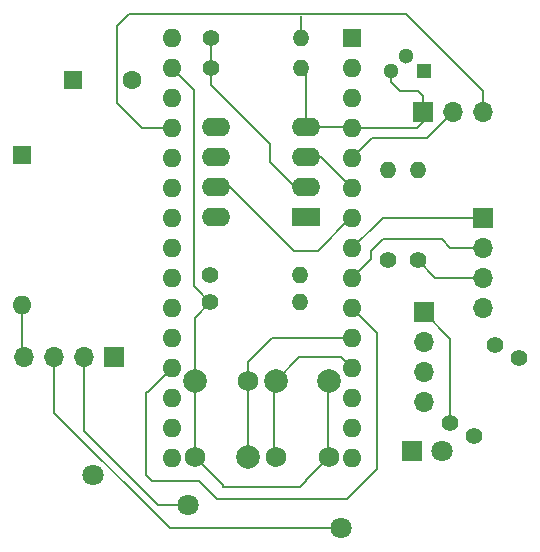
<source format=gbr>
%TF.GenerationSoftware,KiCad,Pcbnew,8.0.6*%
%TF.CreationDate,2025-03-02T18:01:38-08:00*%
%TF.ProjectId,OBDGauge,4f424447-6175-4676-952e-6b696361645f,rev?*%
%TF.SameCoordinates,Original*%
%TF.FileFunction,Copper,L1,Top*%
%TF.FilePolarity,Positive*%
%FSLAX46Y46*%
G04 Gerber Fmt 4.6, Leading zero omitted, Abs format (unit mm)*
G04 Created by KiCad (PCBNEW 8.0.6) date 2025-03-02 18:01:38*
%MOMM*%
%LPD*%
G01*
G04 APERTURE LIST*
G04 Aperture macros list*
%AMHorizOval*
0 Thick line with rounded ends*
0 $1 width*
0 $2 $3 position (X,Y) of the first rounded end (center of the circle)*
0 $4 $5 position (X,Y) of the second rounded end (center of the circle)*
0 Add line between two ends*
20,1,$1,$2,$3,$4,$5,0*
0 Add two circle primitives to create the rounded ends*
1,1,$1,$2,$3*
1,1,$1,$4,$5*%
G04 Aperture macros list end*
%TA.AperFunction,ComponentPad*%
%ADD10C,1.800000*%
%TD*%
%TA.AperFunction,ComponentPad*%
%ADD11R,1.600000X1.600000*%
%TD*%
%TA.AperFunction,ComponentPad*%
%ADD12O,1.600000X1.600000*%
%TD*%
%TA.AperFunction,ComponentPad*%
%ADD13R,1.700000X1.700000*%
%TD*%
%TA.AperFunction,ComponentPad*%
%ADD14O,1.700000X1.700000*%
%TD*%
%TA.AperFunction,ComponentPad*%
%ADD15C,1.400000*%
%TD*%
%TA.AperFunction,ComponentPad*%
%ADD16O,1.400000X1.400000*%
%TD*%
%TA.AperFunction,ComponentPad*%
%ADD17C,1.750000*%
%TD*%
%TA.AperFunction,ComponentPad*%
%ADD18C,2.000000*%
%TD*%
%TA.AperFunction,ComponentPad*%
%ADD19R,2.400000X1.600000*%
%TD*%
%TA.AperFunction,ComponentPad*%
%ADD20O,2.400000X1.600000*%
%TD*%
%TA.AperFunction,ComponentPad*%
%ADD21R,1.800000X1.800000*%
%TD*%
%TA.AperFunction,ComponentPad*%
%ADD22HorizOval,1.400000X0.000000X0.000000X0.000000X0.000000X0*%
%TD*%
%TA.AperFunction,ComponentPad*%
%ADD23C,1.600000*%
%TD*%
%TA.AperFunction,ComponentPad*%
%ADD24R,1.300000X1.300000*%
%TD*%
%TA.AperFunction,ComponentPad*%
%ADD25C,1.300000*%
%TD*%
%TA.AperFunction,Conductor*%
%ADD26C,0.200000*%
%TD*%
G04 APERTURE END LIST*
D10*
%TO.P,TEST3 LOG,1*%
%TO.N,/K-IN*%
X35500000Y-68000000D03*
%TD*%
D11*
%TO.P,D1,1,K*%
%TO.N,/VSUPPLY*%
X29500000Y-40899410D03*
D12*
%TO.P,D1,2,A*%
%TO.N,/9V OUT*%
X29500000Y-53599410D03*
%TD*%
D13*
%TO.P,J3,1,Pin_1*%
%TO.N,/DIG-CLK*%
X68500000Y-46200000D03*
D14*
%TO.P,J3,2,Pin_2*%
%TO.N,/DIG-DIO*%
X68500000Y-48740000D03*
%TO.P,J3,3,Pin_3*%
%TO.N,GNDREF*%
X68500000Y-51280000D03*
%TO.P,J3,4,Pin_4*%
%TO.N,/5V*%
X68500000Y-53820000D03*
%TD*%
D15*
%TO.P,R1,1*%
%TO.N,Net-(U1A--)*%
X45500000Y-31000000D03*
D16*
%TO.P,R1,2*%
%TO.N,/5V*%
X53120000Y-31000000D03*
%TD*%
D13*
%TO.P,J1,1,Pin_1*%
%TO.N,/12V*%
X63500000Y-54200000D03*
D14*
%TO.P,J1,2,Pin_2*%
%TO.N,GNDREF*%
X63500000Y-56740000D03*
%TO.P,J1,3,Pin_3*%
%TO.N,/K-*%
X63500000Y-59280000D03*
%TO.P,J1,4,Pin_4*%
%TO.N,/K+*%
X63500000Y-61820000D03*
%TD*%
D10*
%TO.P,TEST2,1*%
%TO.N,GNDREF*%
X56500000Y-72500000D03*
%TD*%
D17*
%TO.P,SW1,1,1*%
%TO.N,GNDREF*%
X44132666Y-66500000D03*
D18*
X44132666Y-60000000D03*
%TO.P,SW1,2,2*%
%TO.N,/SW1*%
X48632666Y-66500000D03*
D17*
X48632666Y-60000000D03*
%TD*%
D13*
%TO.P,J2,1,Pin_1*%
%TO.N,GNDREF*%
X63420000Y-37264906D03*
D14*
%TO.P,J2,2,Pin_2*%
%TO.N,/RING*%
X65960000Y-37264906D03*
%TO.P,J2,3,Pin_3*%
%TO.N,/5V*%
X68500000Y-37264906D03*
%TD*%
D19*
%TO.P,U1,1*%
%TO.N,Net-(Q1-B)*%
X53500000Y-46120000D03*
D20*
%TO.P,U1,2,-*%
%TO.N,Net-(U1A--)*%
X53500000Y-43580000D03*
%TO.P,U1,3,+*%
%TO.N,/K-OUT*%
X53500000Y-41040000D03*
%TO.P,U1,4,V-*%
%TO.N,GNDREF*%
X53500000Y-38500000D03*
%TO.P,U1,5,+*%
%TO.N,/K+*%
X45880000Y-38500000D03*
%TO.P,U1,6,-*%
%TO.N,Net-(U1B--)*%
X45880000Y-41040000D03*
%TO.P,U1,7*%
%TO.N,/K-IN*%
X45880000Y-43580000D03*
%TO.P,U1,8,V+*%
%TO.N,/12V*%
X45880000Y-46120000D03*
%TD*%
D10*
%TO.P,TEST1,1*%
%TO.N,/12V*%
X43500000Y-70500000D03*
%TD*%
D18*
%TO.P,SW2,1,1*%
%TO.N,GNDREF*%
X55437901Y-60000000D03*
D17*
X55437901Y-66500000D03*
D18*
%TO.P,SW2,2,2*%
%TO.N,/SW2*%
X50937901Y-60000000D03*
D17*
X50937901Y-66500000D03*
%TD*%
D15*
%TO.P,R4,1*%
%TO.N,GNDREF*%
X45392266Y-53363298D03*
D16*
%TO.P,R4,2*%
%TO.N,Net-(U1B--)*%
X53012266Y-53363298D03*
%TD*%
D21*
%TO.P,D2,1,K*%
%TO.N,GNDREF*%
X62500000Y-66000000D03*
D10*
%TO.P,D2,2,A*%
%TO.N,Net-(D2-A)*%
X65040000Y-66000000D03*
%TD*%
D15*
%TO.P,R3,1*%
%TO.N,/12V*%
X45392266Y-51082931D03*
D16*
%TO.P,R3,2*%
%TO.N,Net-(U1B--)*%
X53012266Y-51082931D03*
%TD*%
D15*
%TO.P,R2,1*%
%TO.N,Net-(U1A--)*%
X45500000Y-33500000D03*
D16*
%TO.P,R2,2*%
%TO.N,GNDREF*%
X53120000Y-33500000D03*
%TD*%
D11*
%TO.P,A1,1,TX1*%
%TO.N,unconnected-(A1-TX1-Pad1)*%
X57417895Y-31000000D03*
D12*
%TO.P,A1,2,RX1*%
%TO.N,unconnected-(A1-RX1-Pad2)*%
X57417895Y-33540000D03*
%TO.P,A1,3,~{RESET}*%
%TO.N,unconnected-(A1-~{RESET}-Pad3)*%
X57417895Y-36080000D03*
%TO.P,A1,4,GND*%
%TO.N,GNDREF*%
X57417895Y-38620000D03*
%TO.P,A1,5,D2*%
%TO.N,/RING*%
X57417895Y-41160000D03*
%TO.P,A1,6,D3*%
%TO.N,/K-OUT*%
X57417895Y-43700000D03*
%TO.P,A1,7,D4*%
%TO.N,/K-IN*%
X57417895Y-46240000D03*
%TO.P,A1,8,D5*%
%TO.N,/DIG-CLK*%
X57417895Y-48780000D03*
%TO.P,A1,9,D6*%
%TO.N,/DIG-DIO*%
X57417895Y-51320000D03*
%TO.P,A1,10,D7*%
%TO.N,/BATMON*%
X57417895Y-53860000D03*
%TO.P,A1,11,D8*%
%TO.N,/SW1*%
X57417895Y-56400000D03*
%TO.P,A1,12,D9*%
%TO.N,/SW2*%
X57417895Y-58940000D03*
%TO.P,A1,13,D10*%
%TO.N,unconnected-(A1-D10-Pad13)*%
X57417895Y-61480000D03*
%TO.P,A1,14,MOSI*%
%TO.N,unconnected-(A1-MOSI-Pad14)*%
X57417895Y-64020000D03*
%TO.P,A1,15,MISO*%
%TO.N,unconnected-(A1-MISO-Pad15)*%
X57417895Y-66560000D03*
%TO.P,A1,16,SCK*%
%TO.N,unconnected-(A1-SCK-Pad16)*%
X42177895Y-66560000D03*
%TO.P,A1,17,3V3*%
%TO.N,unconnected-(A1-3V3-Pad17)*%
X42177895Y-64020000D03*
%TO.P,A1,18,AREF*%
%TO.N,unconnected-(A1-AREF-Pad18)*%
X42177895Y-61480000D03*
%TO.P,A1,19,A0*%
%TO.N,/BATMON*%
X42177895Y-58940000D03*
%TO.P,A1,20,A1*%
%TO.N,unconnected-(A1-A1-Pad20)*%
X42177895Y-56400000D03*
%TO.P,A1,21,A2*%
%TO.N,unconnected-(A1-A2-Pad21)*%
X42177895Y-53860000D03*
%TO.P,A1,22,A3*%
%TO.N,unconnected-(A1-A3-Pad22)*%
X42177895Y-51320000D03*
%TO.P,A1,23,SDA/A4*%
%TO.N,unconnected-(A1-SDA{slash}A4-Pad23)*%
X42177895Y-48780000D03*
%TO.P,A1,24,SCL/A5*%
%TO.N,unconnected-(A1-SCL{slash}A5-Pad24)*%
X42177895Y-46240000D03*
%TO.P,A1,25,A6*%
%TO.N,unconnected-(A1-A6-Pad25)*%
X42177895Y-43700000D03*
%TO.P,A1,26,A7*%
%TO.N,unconnected-(A1-A7-Pad26)*%
X42177895Y-41160000D03*
%TO.P,A1,27,+5V*%
%TO.N,/5V*%
X42177895Y-38620000D03*
%TO.P,A1,28,~{RESET}*%
%TO.N,unconnected-(A1-~{RESET}-Pad28)*%
X42177895Y-36080000D03*
%TO.P,A1,29,GND*%
%TO.N,GNDREF*%
X42177895Y-33540000D03*
%TO.P,A1,30,VIN*%
%TO.N,/VSUPPLY*%
X42177895Y-31000000D03*
%TD*%
D15*
%TO.P,R8,1*%
%TO.N,/K+*%
X69557305Y-56955382D03*
D22*
%TO.P,R8,2*%
%TO.N,/12V*%
X65747306Y-63554496D03*
%TD*%
D15*
%TO.P,R7,1*%
%TO.N,/K+*%
X71519297Y-58122643D03*
D22*
%TO.P,R7,2*%
%TO.N,Net-(D2-A)*%
X67709298Y-64721757D03*
%TD*%
D15*
%TO.P,R5,1*%
%TO.N,/12V*%
X60500000Y-49810000D03*
D16*
%TO.P,R5,2*%
%TO.N,/BATMON*%
X60500000Y-42190000D03*
%TD*%
D13*
%TO.P,J4,1,Pin_1*%
%TO.N,/EN*%
X37300000Y-58000000D03*
D14*
%TO.P,J4,2,Pin_2*%
%TO.N,/12V*%
X34760000Y-58000000D03*
%TO.P,J4,3,Pin_3*%
%TO.N,GNDREF*%
X32220000Y-58000000D03*
%TO.P,J4,4,Pin_4*%
%TO.N,/9V OUT*%
X29680000Y-58000000D03*
%TD*%
D11*
%TO.P,C1,1*%
%TO.N,/VSUPPLY*%
X33827246Y-34539399D03*
D23*
%TO.P,C1,2*%
%TO.N,GNDREF*%
X38827246Y-34539399D03*
%TD*%
D24*
%TO.P,Q1,1,E*%
%TO.N,/K+*%
X63470000Y-33770000D03*
D25*
%TO.P,Q1,2,B*%
%TO.N,Net-(Q1-B)*%
X62000000Y-32500000D03*
%TO.P,Q1,3,C*%
%TO.N,GNDREF*%
X60730000Y-33770000D03*
%TD*%
D15*
%TO.P,R6,1*%
%TO.N,GNDREF*%
X63000000Y-49810000D03*
D16*
%TO.P,R6,2*%
%TO.N,/BATMON*%
X63000000Y-42190000D03*
%TD*%
D26*
%TO.N,/12V*%
X43500000Y-70500000D02*
X41000000Y-70500000D01*
X41000000Y-70500000D02*
X34760000Y-64260000D01*
X34760000Y-64260000D02*
X34760000Y-58000000D01*
%TO.N,GNDREF*%
X56500000Y-72500000D02*
X42000000Y-72500000D01*
X42000000Y-72500000D02*
X32220000Y-62720000D01*
X32220000Y-62720000D02*
X32220000Y-58000000D01*
X63420000Y-38080000D02*
X63420000Y-35920000D01*
X63000000Y-49810000D02*
X64470000Y-51280000D01*
X53120000Y-38380000D02*
X53000000Y-38500000D01*
X63420000Y-38080000D02*
X62880000Y-38620000D01*
X64470000Y-51280000D02*
X68500000Y-51280000D01*
X61500000Y-35500000D02*
X60730000Y-34730000D01*
X63000000Y-35500000D02*
X61500000Y-35500000D01*
X57297895Y-38500000D02*
X57417895Y-38620000D01*
X53500000Y-68437901D02*
X55437901Y-66500000D01*
X44079616Y-54675948D02*
X44079616Y-67136411D01*
X44132666Y-66500000D02*
X46500000Y-68867334D01*
X53000000Y-69000000D02*
X53500000Y-68500000D01*
X44000000Y-51971032D02*
X45768330Y-53739362D01*
X46500000Y-68867334D02*
X46500000Y-69000000D01*
X46500000Y-69000000D02*
X53000000Y-69000000D01*
X45392266Y-53363298D02*
X44079616Y-54675948D01*
X53500000Y-33880000D02*
X53120000Y-33500000D01*
X53120000Y-38620000D02*
X53000000Y-38500000D01*
X62880000Y-38620000D02*
X57417895Y-38620000D01*
X44000000Y-35362105D02*
X44000000Y-51971032D01*
X53500000Y-68500000D02*
X53500000Y-68437901D01*
X42177895Y-33540000D02*
X44000000Y-35362105D01*
X53500000Y-38500000D02*
X53500000Y-33880000D01*
X63420000Y-35920000D02*
X63000000Y-35500000D01*
X53500000Y-38500000D02*
X57297895Y-38500000D01*
X55340802Y-67217207D02*
X55340802Y-60717207D01*
X60730000Y-34730000D02*
X60730000Y-33770000D01*
%TO.N,/K-OUT*%
X53500000Y-41040000D02*
X54757895Y-41040000D01*
X54757895Y-41040000D02*
X57417895Y-43700000D01*
%TO.N,/RING*%
X59077895Y-39500000D02*
X63724906Y-39500000D01*
X57417895Y-41160000D02*
X59077895Y-39500000D01*
X63724906Y-39500000D02*
X65960000Y-37264906D01*
%TO.N,/SW1*%
X57417895Y-56400000D02*
X50600000Y-56400000D01*
X50600000Y-56400000D02*
X48579616Y-58420384D01*
X48579616Y-58420384D02*
X48579616Y-67136411D01*
%TO.N,/K-IN*%
X57260000Y-46240000D02*
X54500000Y-49000000D01*
X54500000Y-49000000D02*
X52500000Y-49000000D01*
X52500000Y-49000000D02*
X47080000Y-43580000D01*
X47080000Y-43580000D02*
X45880000Y-43580000D01*
X57417895Y-46240000D02*
X57260000Y-46240000D01*
%TO.N,/12V*%
X65747306Y-56447306D02*
X63500000Y-54200000D01*
X65747306Y-63554496D02*
X65747306Y-56447306D01*
%TO.N,Net-(U1A--)*%
X53000000Y-43580000D02*
X52580000Y-43580000D01*
X50500000Y-41500000D02*
X50500000Y-39960000D01*
X50500000Y-39960000D02*
X45500000Y-34960000D01*
X45500000Y-34960000D02*
X45500000Y-31000000D01*
X52580000Y-43580000D02*
X50500000Y-41500000D01*
%TO.N,/BATMON*%
X40117895Y-61000000D02*
X40000000Y-61000000D01*
X40000000Y-68000000D02*
X40500000Y-68500000D01*
X57000000Y-70000000D02*
X59500000Y-67500000D01*
X40000000Y-61000000D02*
X40000000Y-68000000D01*
X40500000Y-68500000D02*
X44500000Y-68500000D01*
X42177895Y-58940000D02*
X40117895Y-61000000D01*
X46000000Y-70000000D02*
X57000000Y-70000000D01*
X59500000Y-67500000D02*
X59500000Y-55942105D01*
X59500000Y-55942105D02*
X57417895Y-53860000D01*
X44500000Y-68500000D02*
X46000000Y-70000000D01*
%TO.N,/DIG-CLK*%
X57197895Y-49000000D02*
X59997895Y-46200000D01*
X68500000Y-46200000D02*
X59997895Y-46200000D01*
%TO.N,/DIG-DIO*%
X59000000Y-49000000D02*
X60000000Y-48000000D01*
X57417895Y-51320000D02*
X59000000Y-49737895D01*
X65740000Y-48740000D02*
X68500000Y-48740000D01*
X59000000Y-49737895D02*
X59000000Y-49000000D01*
X65000000Y-48000000D02*
X65740000Y-48740000D01*
X60000000Y-48000000D02*
X65000000Y-48000000D01*
%TO.N,/SW2*%
X50840802Y-60717207D02*
X50840802Y-67217207D01*
X57417895Y-58940000D02*
X56477895Y-58000000D01*
X52937901Y-58000000D02*
X50937901Y-60000000D01*
X56477895Y-58000000D02*
X52937901Y-58000000D01*
%TO.N,/9V OUT*%
X29500000Y-57820000D02*
X29680000Y-58000000D01*
X29500000Y-53599410D02*
X29500000Y-57820000D01*
%TO.N,/5V*%
X38500000Y-29000000D02*
X37500000Y-30000000D01*
X37500000Y-30000000D02*
X37500000Y-36500000D01*
X68500000Y-35500000D02*
X68500000Y-37264906D01*
X53120000Y-29120000D02*
X53120000Y-31000000D01*
X37500000Y-36500000D02*
X39620000Y-38620000D01*
X62000000Y-29000000D02*
X68500000Y-35500000D01*
X39620000Y-38620000D02*
X42177895Y-38620000D01*
X38500000Y-29000000D02*
X62000000Y-29000000D01*
%TD*%
M02*

</source>
